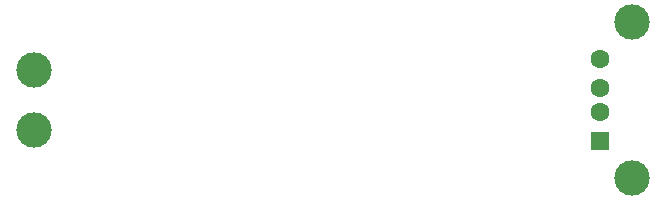
<source format=gbr>
%TF.GenerationSoftware,KiCad,Pcbnew,(6.0.4)*%
%TF.CreationDate,2022-04-25T19:14:18-07:00*%
%TF.ProjectId,SolarChargerV2,536f6c61-7243-4686-9172-67657256322e,rev?*%
%TF.SameCoordinates,Original*%
%TF.FileFunction,Soldermask,Bot*%
%TF.FilePolarity,Negative*%
%FSLAX46Y46*%
G04 Gerber Fmt 4.6, Leading zero omitted, Abs format (unit mm)*
G04 Created by KiCad (PCBNEW (6.0.4)) date 2022-04-25 19:14:18*
%MOMM*%
%LPD*%
G01*
G04 APERTURE LIST*
%ADD10C,3.000000*%
%ADD11C,1.600000*%
%ADD12R,1.500000X1.600000*%
G04 APERTURE END LIST*
D10*
%TO.C,J1*%
X154830000Y-77690000D03*
X154830000Y-64550000D03*
D11*
X152120000Y-67620000D03*
X152120000Y-70120000D03*
X152120000Y-72120000D03*
D12*
X152120000Y-74620000D03*
%TD*%
D10*
%TO.C,SC1*%
X104140000Y-73660000D03*
X104140000Y-68580000D03*
%TD*%
M02*

</source>
